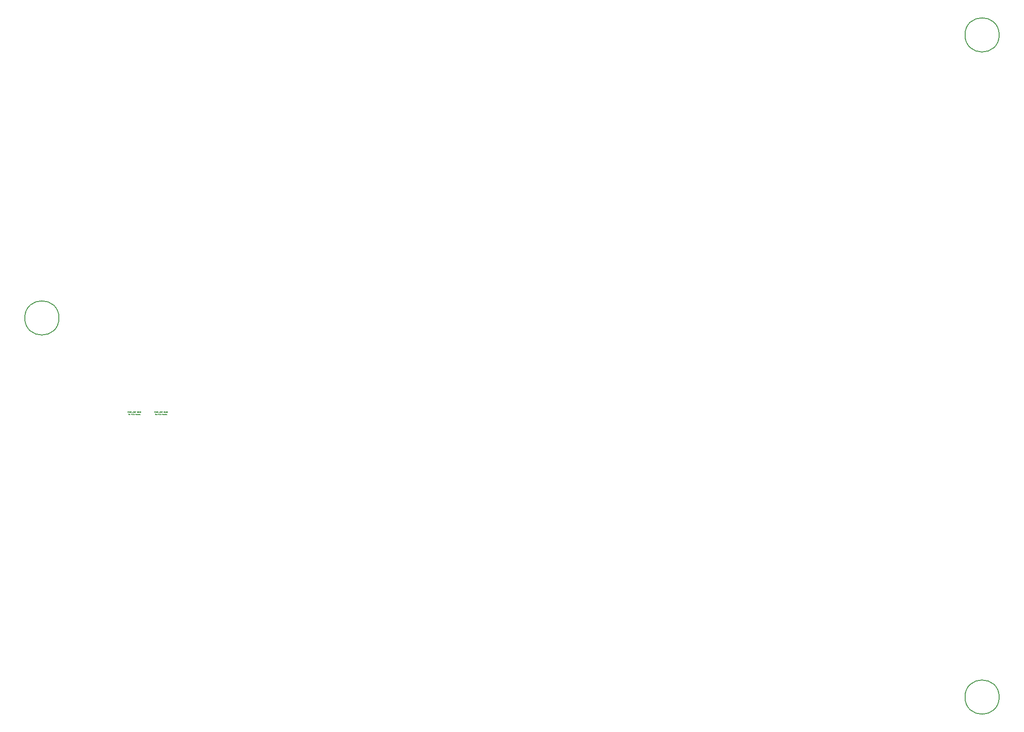
<source format=gbr>
%TF.GenerationSoftware,KiCad,Pcbnew,(6.0.1)*%
%TF.CreationDate,2022-05-08T00:04:24+10:00*%
%TF.ProjectId,211006_lmu_r0,32313130-3036-45f6-9c6d-755f72302e6b,rev?*%
%TF.SameCoordinates,Original*%
%TF.FileFunction,Other,Comment*%
%FSLAX46Y46*%
G04 Gerber Fmt 4.6, Leading zero omitted, Abs format (unit mm)*
G04 Created by KiCad (PCBNEW (6.0.1)) date 2022-05-08 00:04:24*
%MOMM*%
%LPD*%
G01*
G04 APERTURE LIST*
%ADD10C,0.030000*%
%ADD11C,0.150000*%
G04 APERTURE END LIST*
D10*
%TO.C,SW1*%
X92213160Y-98049176D02*
X92213160Y-97849176D01*
X92327446Y-98049176D02*
X92241731Y-97934890D01*
X92327446Y-97849176D02*
X92213160Y-97963461D01*
X92413160Y-97944414D02*
X92479826Y-97944414D01*
X92508398Y-98049176D02*
X92413160Y-98049176D01*
X92413160Y-97849176D01*
X92508398Y-97849176D01*
X92594112Y-97944414D02*
X92660779Y-97944414D01*
X92689350Y-98049176D02*
X92594112Y-98049176D01*
X92594112Y-97849176D01*
X92689350Y-97849176D01*
X92775065Y-98049176D02*
X92775065Y-97849176D01*
X92851255Y-97849176D01*
X92870303Y-97858700D01*
X92879826Y-97868223D01*
X92889350Y-97887271D01*
X92889350Y-97915842D01*
X92879826Y-97934890D01*
X92870303Y-97944414D01*
X92851255Y-97953938D01*
X92775065Y-97953938D01*
X92975065Y-97972985D02*
X93127446Y-97972985D01*
X93260779Y-97849176D02*
X93298874Y-97849176D01*
X93317922Y-97858700D01*
X93336969Y-97877747D01*
X93346493Y-97915842D01*
X93346493Y-97982509D01*
X93336969Y-98020604D01*
X93317922Y-98039652D01*
X93298874Y-98049176D01*
X93260779Y-98049176D01*
X93241731Y-98039652D01*
X93222684Y-98020604D01*
X93213160Y-97982509D01*
X93213160Y-97915842D01*
X93222684Y-97877747D01*
X93241731Y-97858700D01*
X93260779Y-97849176D01*
X93432207Y-97849176D02*
X93432207Y-98011080D01*
X93441731Y-98030128D01*
X93451255Y-98039652D01*
X93470303Y-98049176D01*
X93508398Y-98049176D01*
X93527446Y-98039652D01*
X93536969Y-98030128D01*
X93546493Y-98011080D01*
X93546493Y-97849176D01*
X93613160Y-97849176D02*
X93727446Y-97849176D01*
X93670303Y-98049176D02*
X93670303Y-97849176D01*
X93927446Y-97849176D02*
X94060779Y-97849176D01*
X93927446Y-98049176D01*
X94060779Y-98049176D01*
X94175065Y-97849176D02*
X94213160Y-97849176D01*
X94232207Y-97858700D01*
X94251255Y-97877747D01*
X94260779Y-97915842D01*
X94260779Y-97982509D01*
X94251255Y-98020604D01*
X94232207Y-98039652D01*
X94213160Y-98049176D01*
X94175065Y-98049176D01*
X94156017Y-98039652D01*
X94136969Y-98020604D01*
X94127446Y-97982509D01*
X94127446Y-97915842D01*
X94136969Y-97877747D01*
X94156017Y-97858700D01*
X94175065Y-97849176D01*
X94346493Y-98049176D02*
X94346493Y-97849176D01*
X94460779Y-98049176D01*
X94460779Y-97849176D01*
X94556017Y-97944414D02*
X94622684Y-97944414D01*
X94651255Y-98049176D02*
X94556017Y-98049176D01*
X94556017Y-97849176D01*
X94651255Y-97849176D01*
X87213160Y-98049176D02*
X87213160Y-97849176D01*
X87327446Y-98049176D02*
X87241731Y-97934890D01*
X87327446Y-97849176D02*
X87213160Y-97963461D01*
X87413160Y-97944414D02*
X87479826Y-97944414D01*
X87508398Y-98049176D02*
X87413160Y-98049176D01*
X87413160Y-97849176D01*
X87508398Y-97849176D01*
X87594112Y-97944414D02*
X87660779Y-97944414D01*
X87689350Y-98049176D02*
X87594112Y-98049176D01*
X87594112Y-97849176D01*
X87689350Y-97849176D01*
X87775065Y-98049176D02*
X87775065Y-97849176D01*
X87851255Y-97849176D01*
X87870303Y-97858700D01*
X87879826Y-97868223D01*
X87889350Y-97887271D01*
X87889350Y-97915842D01*
X87879826Y-97934890D01*
X87870303Y-97944414D01*
X87851255Y-97953938D01*
X87775065Y-97953938D01*
X87975065Y-97972985D02*
X88127446Y-97972985D01*
X88260779Y-97849176D02*
X88298874Y-97849176D01*
X88317922Y-97858700D01*
X88336969Y-97877747D01*
X88346493Y-97915842D01*
X88346493Y-97982509D01*
X88336969Y-98020604D01*
X88317922Y-98039652D01*
X88298874Y-98049176D01*
X88260779Y-98049176D01*
X88241731Y-98039652D01*
X88222684Y-98020604D01*
X88213160Y-97982509D01*
X88213160Y-97915842D01*
X88222684Y-97877747D01*
X88241731Y-97858700D01*
X88260779Y-97849176D01*
X88432207Y-97849176D02*
X88432207Y-98011080D01*
X88441731Y-98030128D01*
X88451255Y-98039652D01*
X88470303Y-98049176D01*
X88508398Y-98049176D01*
X88527446Y-98039652D01*
X88536969Y-98030128D01*
X88546493Y-98011080D01*
X88546493Y-97849176D01*
X88613160Y-97849176D02*
X88727446Y-97849176D01*
X88670303Y-98049176D02*
X88670303Y-97849176D01*
X88927446Y-97849176D02*
X89060779Y-97849176D01*
X88927446Y-98049176D01*
X89060779Y-98049176D01*
X89175065Y-97849176D02*
X89213160Y-97849176D01*
X89232207Y-97858700D01*
X89251255Y-97877747D01*
X89260779Y-97915842D01*
X89260779Y-97982509D01*
X89251255Y-98020604D01*
X89232207Y-98039652D01*
X89213160Y-98049176D01*
X89175065Y-98049176D01*
X89156017Y-98039652D01*
X89136969Y-98020604D01*
X89127446Y-97982509D01*
X89127446Y-97915842D01*
X89136969Y-97877747D01*
X89156017Y-97858700D01*
X89175065Y-97849176D01*
X89346493Y-98049176D02*
X89346493Y-97849176D01*
X89460779Y-98049176D01*
X89460779Y-97849176D01*
X89556017Y-97944414D02*
X89622684Y-97944414D01*
X89651255Y-98049176D02*
X89556017Y-98049176D01*
X89556017Y-97849176D01*
X89651255Y-97849176D01*
X92346493Y-98449176D02*
X92346493Y-98249176D01*
X92460779Y-98449176D01*
X92460779Y-98249176D01*
X92584588Y-98449176D02*
X92565541Y-98439652D01*
X92556017Y-98430128D01*
X92546493Y-98411080D01*
X92546493Y-98353938D01*
X92556017Y-98334890D01*
X92565541Y-98325366D01*
X92584588Y-98315842D01*
X92613160Y-98315842D01*
X92632207Y-98325366D01*
X92641731Y-98334890D01*
X92651255Y-98353938D01*
X92651255Y-98411080D01*
X92641731Y-98430128D01*
X92632207Y-98439652D01*
X92613160Y-98449176D01*
X92584588Y-98449176D01*
X92956017Y-98344414D02*
X92889350Y-98344414D01*
X92889350Y-98449176D02*
X92889350Y-98249176D01*
X92984588Y-98249176D01*
X93060779Y-98430128D02*
X93070303Y-98439652D01*
X93060779Y-98449176D01*
X93051255Y-98439652D01*
X93060779Y-98430128D01*
X93060779Y-98449176D01*
X93270303Y-98430128D02*
X93260779Y-98439652D01*
X93232207Y-98449176D01*
X93213160Y-98449176D01*
X93184588Y-98439652D01*
X93165541Y-98420604D01*
X93156017Y-98401557D01*
X93146493Y-98363461D01*
X93146493Y-98334890D01*
X93156017Y-98296795D01*
X93165541Y-98277747D01*
X93184588Y-98258700D01*
X93213160Y-98249176D01*
X93232207Y-98249176D01*
X93260779Y-98258700D01*
X93270303Y-98268223D01*
X93441731Y-98315842D02*
X93441731Y-98449176D01*
X93356017Y-98315842D02*
X93356017Y-98420604D01*
X93365541Y-98439652D01*
X93384588Y-98449176D01*
X93413160Y-98449176D01*
X93432207Y-98439652D01*
X93441731Y-98430128D01*
X93660779Y-98315842D02*
X93736969Y-98315842D01*
X93689350Y-98249176D02*
X93689350Y-98420604D01*
X93698874Y-98439652D01*
X93717922Y-98449176D01*
X93736969Y-98449176D01*
X93803636Y-98449176D02*
X93803636Y-98315842D01*
X93803636Y-98353938D02*
X93813160Y-98334890D01*
X93822684Y-98325366D01*
X93841731Y-98315842D01*
X93860779Y-98315842D01*
X94013160Y-98449176D02*
X94013160Y-98344414D01*
X94003636Y-98325366D01*
X93984588Y-98315842D01*
X93946493Y-98315842D01*
X93927446Y-98325366D01*
X94013160Y-98439652D02*
X93994112Y-98449176D01*
X93946493Y-98449176D01*
X93927446Y-98439652D01*
X93917922Y-98420604D01*
X93917922Y-98401557D01*
X93927446Y-98382509D01*
X93946493Y-98372985D01*
X93994112Y-98372985D01*
X94013160Y-98363461D01*
X94194112Y-98439652D02*
X94175065Y-98449176D01*
X94136969Y-98449176D01*
X94117922Y-98439652D01*
X94108398Y-98430128D01*
X94098874Y-98411080D01*
X94098874Y-98353938D01*
X94108398Y-98334890D01*
X94117922Y-98325366D01*
X94136969Y-98315842D01*
X94175065Y-98315842D01*
X94194112Y-98325366D01*
X94279826Y-98449176D02*
X94279826Y-98249176D01*
X94298874Y-98372985D02*
X94356017Y-98449176D01*
X94356017Y-98315842D02*
X94279826Y-98392033D01*
X94432207Y-98439652D02*
X94451255Y-98449176D01*
X94489350Y-98449176D01*
X94508398Y-98439652D01*
X94517922Y-98420604D01*
X94517922Y-98411080D01*
X94508398Y-98392033D01*
X94489350Y-98382509D01*
X94460779Y-98382509D01*
X94441731Y-98372985D01*
X94432207Y-98353938D01*
X94432207Y-98344414D01*
X94441731Y-98325366D01*
X94460779Y-98315842D01*
X94489350Y-98315842D01*
X94508398Y-98325366D01*
X87346493Y-98449176D02*
X87346493Y-98249176D01*
X87460779Y-98449176D01*
X87460779Y-98249176D01*
X87584588Y-98449176D02*
X87565541Y-98439652D01*
X87556017Y-98430128D01*
X87546493Y-98411080D01*
X87546493Y-98353938D01*
X87556017Y-98334890D01*
X87565541Y-98325366D01*
X87584588Y-98315842D01*
X87613160Y-98315842D01*
X87632207Y-98325366D01*
X87641731Y-98334890D01*
X87651255Y-98353938D01*
X87651255Y-98411080D01*
X87641731Y-98430128D01*
X87632207Y-98439652D01*
X87613160Y-98449176D01*
X87584588Y-98449176D01*
X87956017Y-98344414D02*
X87889350Y-98344414D01*
X87889350Y-98449176D02*
X87889350Y-98249176D01*
X87984588Y-98249176D01*
X88060779Y-98430128D02*
X88070303Y-98439652D01*
X88060779Y-98449176D01*
X88051255Y-98439652D01*
X88060779Y-98430128D01*
X88060779Y-98449176D01*
X88270303Y-98430128D02*
X88260779Y-98439652D01*
X88232207Y-98449176D01*
X88213160Y-98449176D01*
X88184588Y-98439652D01*
X88165541Y-98420604D01*
X88156017Y-98401557D01*
X88146493Y-98363461D01*
X88146493Y-98334890D01*
X88156017Y-98296795D01*
X88165541Y-98277747D01*
X88184588Y-98258700D01*
X88213160Y-98249176D01*
X88232207Y-98249176D01*
X88260779Y-98258700D01*
X88270303Y-98268223D01*
X88441731Y-98315842D02*
X88441731Y-98449176D01*
X88356017Y-98315842D02*
X88356017Y-98420604D01*
X88365541Y-98439652D01*
X88384588Y-98449176D01*
X88413160Y-98449176D01*
X88432207Y-98439652D01*
X88441731Y-98430128D01*
X88660779Y-98315842D02*
X88736969Y-98315842D01*
X88689350Y-98249176D02*
X88689350Y-98420604D01*
X88698874Y-98439652D01*
X88717922Y-98449176D01*
X88736969Y-98449176D01*
X88803636Y-98449176D02*
X88803636Y-98315842D01*
X88803636Y-98353938D02*
X88813160Y-98334890D01*
X88822684Y-98325366D01*
X88841731Y-98315842D01*
X88860779Y-98315842D01*
X89013160Y-98449176D02*
X89013160Y-98344414D01*
X89003636Y-98325366D01*
X88984588Y-98315842D01*
X88946493Y-98315842D01*
X88927446Y-98325366D01*
X89013160Y-98439652D02*
X88994112Y-98449176D01*
X88946493Y-98449176D01*
X88927446Y-98439652D01*
X88917922Y-98420604D01*
X88917922Y-98401557D01*
X88927446Y-98382509D01*
X88946493Y-98372985D01*
X88994112Y-98372985D01*
X89013160Y-98363461D01*
X89194112Y-98439652D02*
X89175065Y-98449176D01*
X89136969Y-98449176D01*
X89117922Y-98439652D01*
X89108398Y-98430128D01*
X89098874Y-98411080D01*
X89098874Y-98353938D01*
X89108398Y-98334890D01*
X89117922Y-98325366D01*
X89136969Y-98315842D01*
X89175065Y-98315842D01*
X89194112Y-98325366D01*
X89279826Y-98449176D02*
X89279826Y-98249176D01*
X89298874Y-98372985D02*
X89356017Y-98449176D01*
X89356017Y-98315842D02*
X89279826Y-98392033D01*
X89432207Y-98439652D02*
X89451255Y-98449176D01*
X89489350Y-98449176D01*
X89508398Y-98439652D01*
X89517922Y-98420604D01*
X89517922Y-98411080D01*
X89508398Y-98392033D01*
X89489350Y-98382509D01*
X89460779Y-98382509D01*
X89441731Y-98372985D01*
X89432207Y-98353938D01*
X89432207Y-98344414D01*
X89441731Y-98325366D01*
X89460779Y-98315842D01*
X89489350Y-98315842D01*
X89508398Y-98325366D01*
D11*
%TO.C,H3*%
X250352446Y-27333700D02*
G75*
G03*
X250352446Y-27333700I-3200000J0D01*
G01*
%TO.C,H1*%
X74352446Y-80333700D02*
G75*
G03*
X74352446Y-80333700I-3200000J0D01*
G01*
%TO.C,H2*%
X250352446Y-151333700D02*
G75*
G03*
X250352446Y-151333700I-3200000J0D01*
G01*
%TD*%
M02*

</source>
